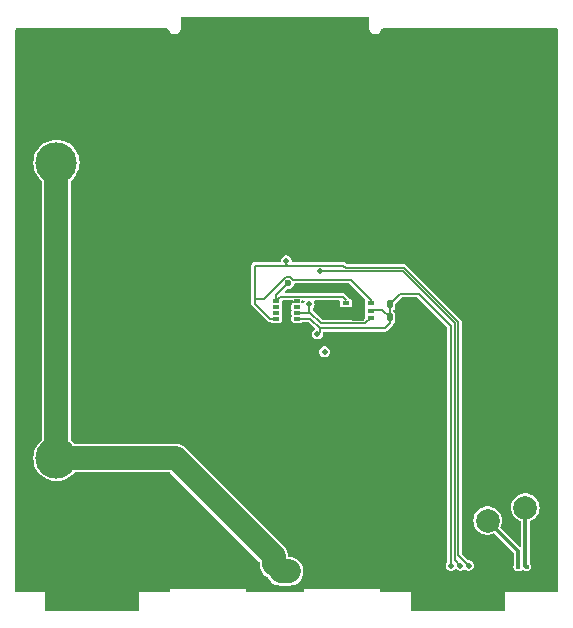
<source format=gtl>
G04 #@! TF.GenerationSoftware,KiCad,Pcbnew,7.0.2*
G04 #@! TF.CreationDate,2023-06-06T15:19:24-04:00*
G04 #@! TF.ProjectId,ExternalFaces,45787465-726e-4616-9c46-616365732e6b,rev?*
G04 #@! TF.SameCoordinates,Original*
G04 #@! TF.FileFunction,Copper,L1,Top*
G04 #@! TF.FilePolarity,Positive*
%FSLAX46Y46*%
G04 Gerber Fmt 4.6, Leading zero omitted, Abs format (unit mm)*
G04 Created by KiCad (PCBNEW 7.0.2) date 2023-06-06 15:19:24*
%MOMM*%
%LPD*%
G01*
G04 APERTURE LIST*
G04 Aperture macros list*
%AMRoundRect*
0 Rectangle with rounded corners*
0 $1 Rounding radius*
0 $2 $3 $4 $5 $6 $7 $8 $9 X,Y pos of 4 corners*
0 Add a 4 corners polygon primitive as box body*
4,1,4,$2,$3,$4,$5,$6,$7,$8,$9,$2,$3,0*
0 Add four circle primitives for the rounded corners*
1,1,$1+$1,$2,$3*
1,1,$1+$1,$4,$5*
1,1,$1+$1,$6,$7*
1,1,$1+$1,$8,$9*
0 Add four rect primitives between the rounded corners*
20,1,$1+$1,$2,$3,$4,$5,0*
20,1,$1+$1,$4,$5,$6,$7,0*
20,1,$1+$1,$6,$7,$8,$9,0*
20,1,$1+$1,$8,$9,$2,$3,0*%
G04 Aperture macros list end*
G04 #@! TA.AperFunction,SMDPad,CuDef*
%ADD10RoundRect,0.140000X0.140000X0.170000X-0.140000X0.170000X-0.140000X-0.170000X0.140000X-0.170000X0*%
G04 #@! TD*
G04 #@! TA.AperFunction,SMDPad,CuDef*
%ADD11R,0.620000X0.300000*%
G04 #@! TD*
G04 #@! TA.AperFunction,SMDPad,CuDef*
%ADD12R,0.600000X0.350000*%
G04 #@! TD*
G04 #@! TA.AperFunction,SMDPad,CuDef*
%ADD13R,1.100000X1.700000*%
G04 #@! TD*
G04 #@! TA.AperFunction,SMDPad,CuDef*
%ADD14C,3.500000*%
G04 #@! TD*
G04 #@! TA.AperFunction,SMDPad,CuDef*
%ADD15R,1.000000X1.000000*%
G04 #@! TD*
G04 #@! TA.AperFunction,SMDPad,CuDef*
%ADD16C,2.000000*%
G04 #@! TD*
G04 #@! TA.AperFunction,ViaPad*
%ADD17C,0.600000*%
G04 #@! TD*
G04 #@! TA.AperFunction,ViaPad*
%ADD18C,0.500000*%
G04 #@! TD*
G04 #@! TA.AperFunction,ViaPad*
%ADD19C,0.400000*%
G04 #@! TD*
G04 #@! TA.AperFunction,Conductor*
%ADD20C,0.200000*%
G04 #@! TD*
G04 #@! TA.AperFunction,Conductor*
%ADD21C,2.000000*%
G04 #@! TD*
G04 #@! TA.AperFunction,Conductor*
%ADD22C,0.300000*%
G04 #@! TD*
G04 APERTURE END LIST*
D10*
X139160000Y-96200000D03*
X138200000Y-96200000D03*
D11*
X130400000Y-97400000D03*
X130400000Y-96900000D03*
X130400000Y-96400000D03*
X130400000Y-95900000D03*
X128580000Y-95900000D03*
X128580000Y-96400000D03*
X128580000Y-96900000D03*
X128580000Y-97400000D03*
D12*
X134500000Y-96075000D03*
X134500000Y-96725000D03*
X134500000Y-97375000D03*
X136600000Y-97375000D03*
X136600000Y-96725000D03*
X136600000Y-96075000D03*
D13*
X135550000Y-96725000D03*
D10*
X139180000Y-97300000D03*
X138220000Y-97300000D03*
D14*
X149000000Y-84200000D03*
X110000000Y-84200000D03*
D15*
X129800000Y-118700000D03*
D14*
X149000000Y-109200000D03*
X110000000Y-109200000D03*
D16*
X146500000Y-114500000D03*
X149700000Y-113400000D03*
D17*
X129600000Y-94400000D03*
D18*
X132300000Y-93400000D03*
X144200000Y-118300000D03*
D17*
X133100000Y-96700000D03*
X125500000Y-99600000D03*
D18*
X131400000Y-96200000D03*
X144900000Y-118300000D03*
X129450000Y-92500000D03*
X132100000Y-98700000D03*
X143400000Y-118300000D03*
X128400000Y-118200000D03*
X129000000Y-118800000D03*
D19*
X149100000Y-118400000D03*
X149800000Y-118400000D03*
D18*
X132700000Y-100200000D03*
D20*
X134260000Y-95560000D02*
X128920000Y-95560000D01*
X144200000Y-118300000D02*
X143700000Y-117800000D01*
X139300000Y-93400000D02*
X132300000Y-93400000D01*
X128580000Y-95900000D02*
X128580000Y-95420000D01*
X128580000Y-95420000D02*
X129600000Y-94400000D01*
X143700000Y-97800000D02*
X139300000Y-93400000D01*
X128920000Y-95560000D02*
X128580000Y-95900000D01*
X134550000Y-95850000D02*
X134260000Y-95560000D01*
X143700000Y-117800000D02*
X143700000Y-97800000D01*
X136150000Y-97800000D02*
X136600000Y-97350000D01*
X132400000Y-97800000D02*
X131500000Y-96900000D01*
X132400000Y-97800000D02*
X136150000Y-97800000D01*
X131400000Y-96800000D02*
X131500000Y-96900000D01*
X131500000Y-96900000D02*
X130400000Y-96900000D01*
X131400000Y-96200000D02*
X131400000Y-96800000D01*
X126800000Y-92900000D02*
X126800000Y-95700000D01*
X129600000Y-92900000D02*
X126800000Y-92900000D01*
X130002757Y-94110499D02*
X129802758Y-93910500D01*
X128070000Y-97400000D02*
X128580000Y-97400000D01*
X139419915Y-93110499D02*
X134476766Y-93110499D01*
X134910499Y-94110499D02*
X134900000Y-94110499D01*
X129397242Y-93910500D02*
X127607742Y-95700000D01*
X126800000Y-96130000D02*
X128070000Y-97400000D01*
X129450000Y-92500000D02*
X129450000Y-92750000D01*
X129450000Y-92750000D02*
X129600000Y-92900000D01*
X134476766Y-93110499D02*
X134266267Y-92900000D01*
X126800000Y-95700000D02*
X126800000Y-96130000D01*
X134266267Y-92900000D02*
X129600000Y-92900000D01*
X144000000Y-97690584D02*
X139419915Y-93110499D01*
X144000000Y-117400000D02*
X144000000Y-97690584D01*
X136600000Y-95810499D02*
X134900000Y-94110499D01*
X144900000Y-118300000D02*
X144000000Y-117400000D01*
X129802758Y-93910500D02*
X129397242Y-93910500D01*
X134900000Y-94110499D02*
X130002757Y-94110499D01*
X127607742Y-95700000D02*
X126800000Y-95700000D01*
X136600000Y-96050000D02*
X136600000Y-95810499D01*
X139100000Y-95300000D02*
X138200000Y-96200000D01*
X137800000Y-98200000D02*
X137600000Y-98200000D01*
X131500000Y-97400000D02*
X130400000Y-97400000D01*
X132300000Y-98500000D02*
X132300000Y-98200000D01*
X132100000Y-98700000D02*
X132300000Y-98500000D01*
X140700000Y-95300000D02*
X139100000Y-95300000D01*
X143400000Y-118300000D02*
X143400000Y-98000000D01*
X137600000Y-96700000D02*
X138200000Y-97300000D01*
X138200000Y-97300000D02*
X138200000Y-97800000D01*
X138200000Y-97800000D02*
X137800000Y-98200000D01*
X143400000Y-98000000D02*
X140700000Y-95300000D01*
X136600000Y-96700000D02*
X137600000Y-96700000D01*
X138200000Y-97300000D02*
X138200000Y-96200000D01*
X137600000Y-98200000D02*
X132300000Y-98200000D01*
X132300000Y-98200000D02*
X131500000Y-97400000D01*
D21*
X128400000Y-117500000D02*
X128400000Y-118200000D01*
X129000000Y-118800000D02*
X129700000Y-118800000D01*
X110000000Y-84200000D02*
X110000000Y-109200000D01*
X110000000Y-109200000D02*
X120100000Y-109200000D01*
X120100000Y-109200000D02*
X128400000Y-117500000D01*
D22*
X149700000Y-118300000D02*
X149700000Y-113400000D01*
X149800000Y-118400000D02*
X149700000Y-118300000D01*
X149100000Y-118400000D02*
X149100000Y-117100000D01*
X149100000Y-117100000D02*
X146500000Y-114500000D01*
G04 #@! TA.AperFunction,Conductor*
G36*
X134792712Y-94429906D02*
G01*
X134804525Y-94439995D01*
X136086186Y-95721656D01*
X136113963Y-95776173D01*
X136113280Y-95810973D01*
X136102465Y-95865345D01*
X136099500Y-95880252D01*
X136099500Y-96269748D01*
X136106068Y-96302766D01*
X136111133Y-96328231D01*
X136122336Y-96344997D01*
X136138945Y-96403885D01*
X136122337Y-96454999D01*
X136111133Y-96471766D01*
X136102885Y-96513232D01*
X136099500Y-96530252D01*
X136099500Y-96919748D01*
X136110397Y-96974529D01*
X136111133Y-96978231D01*
X136122336Y-96994997D01*
X136138945Y-97053885D01*
X136122337Y-97104999D01*
X136111133Y-97121766D01*
X136099500Y-97180253D01*
X136099500Y-97384520D01*
X136080593Y-97442711D01*
X136070506Y-97454521D01*
X136054527Y-97470501D01*
X136000011Y-97498281D01*
X135984521Y-97499500D01*
X132565479Y-97499500D01*
X132507288Y-97480593D01*
X132495475Y-97470504D01*
X131761833Y-96736862D01*
X131758555Y-96733582D01*
X131749143Y-96720498D01*
X131732801Y-96705600D01*
X131702538Y-96652424D01*
X131700500Y-96632441D01*
X131700500Y-96578063D01*
X131719407Y-96519872D01*
X131724680Y-96513232D01*
X131782882Y-96446063D01*
X131836697Y-96328226D01*
X131855133Y-96200000D01*
X131851047Y-96171578D01*
X131836698Y-96071775D01*
X131804205Y-96000626D01*
X131797231Y-95939840D01*
X131827318Y-95886563D01*
X131882974Y-95861145D01*
X131894259Y-95860500D01*
X133900500Y-95860500D01*
X133958691Y-95879407D01*
X133994655Y-95928907D01*
X133999500Y-95959500D01*
X133999500Y-96269748D01*
X134006068Y-96302766D01*
X134011133Y-96328231D01*
X134055447Y-96394552D01*
X134093100Y-96419711D01*
X134121769Y-96438867D01*
X134180252Y-96450500D01*
X134180253Y-96450500D01*
X134819747Y-96450500D01*
X134819748Y-96450500D01*
X134878231Y-96438867D01*
X134944552Y-96394552D01*
X134988867Y-96328231D01*
X135000500Y-96269748D01*
X135000500Y-95880252D01*
X134988867Y-95821769D01*
X134958759Y-95776710D01*
X134944552Y-95755447D01*
X134878229Y-95711131D01*
X134855096Y-95706530D01*
X134804407Y-95679436D01*
X134518566Y-95393594D01*
X134509146Y-95380502D01*
X134469273Y-95344152D01*
X134465967Y-95340995D01*
X134452796Y-95327825D01*
X134452697Y-95327757D01*
X134441954Y-95319247D01*
X134420934Y-95300085D01*
X134420933Y-95300084D01*
X134411762Y-95296531D01*
X134391587Y-95285896D01*
X134383481Y-95280344D01*
X134355797Y-95273832D01*
X134342704Y-95269777D01*
X134316175Y-95259500D01*
X134316173Y-95259500D01*
X134306348Y-95259500D01*
X134283682Y-95256870D01*
X134274119Y-95254621D01*
X134274118Y-95254621D01*
X134245947Y-95258551D01*
X134232269Y-95259500D01*
X129404478Y-95259500D01*
X129346287Y-95240593D01*
X129310323Y-95191093D01*
X129310323Y-95129907D01*
X129334474Y-95090497D01*
X129495473Y-94929497D01*
X129549990Y-94901719D01*
X129565477Y-94900500D01*
X129671961Y-94900500D01*
X129810053Y-94859953D01*
X129931128Y-94782143D01*
X130025377Y-94673373D01*
X130085165Y-94542457D01*
X130091858Y-94495910D01*
X130118854Y-94441003D01*
X130172968Y-94412449D01*
X130189850Y-94410999D01*
X134734521Y-94410999D01*
X134792712Y-94429906D01*
G37*
G04 #@! TD.AperFunction*
G04 #@! TA.AperFunction,Conductor*
G36*
X130963932Y-95879407D02*
G01*
X130999896Y-95928907D01*
X130999896Y-95990093D01*
X130995794Y-96000627D01*
X130974419Y-96047430D01*
X130933046Y-96092508D01*
X130873079Y-96104658D01*
X130829365Y-96088618D01*
X130788231Y-96061133D01*
X130765430Y-96056597D01*
X130712047Y-96026701D01*
X130686431Y-95971136D01*
X130698368Y-95911126D01*
X130743298Y-95869594D01*
X130784745Y-95860500D01*
X130905741Y-95860500D01*
X130963932Y-95879407D01*
G37*
G04 #@! TD.AperFunction*
G04 #@! TA.AperFunction,Conductor*
G36*
X136433691Y-71844407D02*
G01*
X136469655Y-71893907D01*
X136474500Y-71924500D01*
X136474500Y-72791714D01*
X136474500Y-72791715D01*
X136474500Y-72800000D01*
X136474500Y-72869183D01*
X136510312Y-73002836D01*
X136579495Y-73122665D01*
X136677335Y-73220505D01*
X136797164Y-73289688D01*
X136930817Y-73325500D01*
X136930818Y-73325500D01*
X137069182Y-73325500D01*
X137069183Y-73325500D01*
X137202836Y-73289688D01*
X137322665Y-73220505D01*
X137420505Y-73122665D01*
X137489688Y-73002836D01*
X137517543Y-72898875D01*
X137550867Y-72847563D01*
X137607989Y-72825636D01*
X137613170Y-72825500D01*
X139494928Y-72825500D01*
X152375500Y-72825500D01*
X152433691Y-72844407D01*
X152469655Y-72893907D01*
X152474500Y-72924500D01*
X152474500Y-120475500D01*
X152455593Y-120533691D01*
X152406093Y-120569655D01*
X152375500Y-120574500D01*
X148024765Y-120574500D01*
X148014204Y-120572399D01*
X148000002Y-120572399D01*
X148000001Y-120572399D01*
X148000000Y-120572399D01*
X147994928Y-120574500D01*
X147986468Y-120578004D01*
X147980484Y-120580482D01*
X147980482Y-120580484D01*
X147972399Y-120600000D01*
X147972399Y-120614204D01*
X147974500Y-120624765D01*
X147974500Y-122075500D01*
X147955593Y-122133691D01*
X147906093Y-122169655D01*
X147875500Y-122174500D01*
X140124500Y-122174500D01*
X140066309Y-122155593D01*
X140030345Y-122106093D01*
X140025500Y-122075500D01*
X140025500Y-120624765D01*
X140027601Y-120614204D01*
X140027601Y-120600000D01*
X140019517Y-120580484D01*
X140019517Y-120580483D01*
X140005072Y-120574500D01*
X140000000Y-120572399D01*
X139985796Y-120572399D01*
X139975235Y-120574500D01*
X137524500Y-120574500D01*
X137466309Y-120555593D01*
X137430345Y-120506093D01*
X137425500Y-120475500D01*
X137425500Y-120324765D01*
X137427601Y-120314204D01*
X137427601Y-120300000D01*
X137419517Y-120280484D01*
X137419517Y-120280483D01*
X137405072Y-120274500D01*
X137400000Y-120272399D01*
X137385796Y-120272399D01*
X137375235Y-120274500D01*
X131024765Y-120274500D01*
X131014204Y-120272399D01*
X131000002Y-120272399D01*
X131000001Y-120272399D01*
X131000000Y-120272399D01*
X130994928Y-120274500D01*
X130986468Y-120278004D01*
X130980484Y-120280482D01*
X130980482Y-120280484D01*
X130972399Y-120300000D01*
X130972398Y-120314204D01*
X130974499Y-120324764D01*
X130974500Y-120475499D01*
X130955593Y-120533690D01*
X130906093Y-120569654D01*
X130875500Y-120574500D01*
X126124500Y-120574500D01*
X126066309Y-120555593D01*
X126030345Y-120506093D01*
X126025500Y-120475500D01*
X126025500Y-120324765D01*
X126027600Y-120314204D01*
X126027601Y-120300000D01*
X126019517Y-120280484D01*
X126019517Y-120280483D01*
X126005072Y-120274500D01*
X126000000Y-120272399D01*
X125985796Y-120272399D01*
X125975235Y-120274500D01*
X119624765Y-120274500D01*
X119614204Y-120272399D01*
X119600002Y-120272399D01*
X119600001Y-120272399D01*
X119600000Y-120272399D01*
X119594928Y-120274500D01*
X119586468Y-120278004D01*
X119580484Y-120280482D01*
X119580482Y-120280484D01*
X119572399Y-120300000D01*
X119572399Y-120314204D01*
X119574499Y-120324764D01*
X119574500Y-120475499D01*
X119555593Y-120533690D01*
X119506093Y-120569654D01*
X119475500Y-120574500D01*
X117024765Y-120574500D01*
X117014204Y-120572399D01*
X117000002Y-120572399D01*
X117000001Y-120572399D01*
X117000000Y-120572399D01*
X116994928Y-120574500D01*
X116986468Y-120578004D01*
X116980484Y-120580482D01*
X116980482Y-120580484D01*
X116972399Y-120600000D01*
X116972399Y-120614204D01*
X116974500Y-120624765D01*
X116974500Y-122075500D01*
X116955593Y-122133691D01*
X116906093Y-122169655D01*
X116875500Y-122174500D01*
X109124500Y-122174500D01*
X109066309Y-122155593D01*
X109030345Y-122106093D01*
X109025500Y-122075500D01*
X109025500Y-120624765D01*
X109027601Y-120614204D01*
X109027601Y-120600000D01*
X109019517Y-120580484D01*
X109019517Y-120580483D01*
X109005072Y-120574500D01*
X109000000Y-120572399D01*
X108985796Y-120572399D01*
X108975235Y-120574500D01*
X106624500Y-120574500D01*
X106566309Y-120555593D01*
X106530345Y-120506093D01*
X106525500Y-120475500D01*
X106525500Y-109199999D01*
X108044518Y-109199999D01*
X108064422Y-109478299D01*
X108123728Y-109750919D01*
X108221230Y-110012337D01*
X108354943Y-110257212D01*
X108354944Y-110257213D01*
X108522145Y-110480568D01*
X108719432Y-110677855D01*
X108719435Y-110677857D01*
X108942787Y-110845056D01*
X109187662Y-110978769D01*
X109253016Y-111003144D01*
X109449077Y-111076271D01*
X109634826Y-111116678D01*
X109721700Y-111135577D01*
X109721702Y-111135577D01*
X109721706Y-111135578D01*
X110000000Y-111155482D01*
X110278294Y-111135578D01*
X110550923Y-111076271D01*
X110812337Y-110978769D01*
X111057213Y-110845056D01*
X111280568Y-110677855D01*
X111477855Y-110480568D01*
X111508095Y-110440171D01*
X111558104Y-110404918D01*
X111587349Y-110400500D01*
X119561729Y-110400500D01*
X119619920Y-110419407D01*
X119631733Y-110429496D01*
X127170505Y-117968268D01*
X127198281Y-118022783D01*
X127199500Y-118038270D01*
X127199500Y-118255503D01*
X127199710Y-118257776D01*
X127199711Y-118257784D01*
X127203623Y-118299999D01*
X127214885Y-118421536D01*
X127264314Y-118595262D01*
X127275772Y-118635530D01*
X127374940Y-118834686D01*
X127374941Y-118834687D01*
X127374942Y-118834689D01*
X127509019Y-119012236D01*
X127673438Y-119162124D01*
X127862599Y-119279247D01*
X127862601Y-119279247D01*
X127862603Y-119279249D01*
X127863754Y-119279695D01*
X127865116Y-119280804D01*
X127870399Y-119284076D01*
X127869973Y-119284763D01*
X127911185Y-119318346D01*
X127920304Y-119336243D01*
X127920753Y-119337403D01*
X128037874Y-119526559D01*
X128037876Y-119526562D01*
X128187764Y-119690981D01*
X128365311Y-119825058D01*
X128564472Y-119924229D01*
X128778464Y-119985115D01*
X128944497Y-120000500D01*
X128946793Y-120000500D01*
X129753207Y-120000500D01*
X129755503Y-120000500D01*
X129921536Y-119985115D01*
X130135528Y-119924229D01*
X130334689Y-119825058D01*
X130512236Y-119690981D01*
X130662124Y-119526562D01*
X130779247Y-119337401D01*
X130859618Y-119129940D01*
X130900500Y-118911243D01*
X130900500Y-118688757D01*
X130900499Y-118688756D01*
X130900500Y-118688754D01*
X130859619Y-118470063D01*
X130843411Y-118428226D01*
X130779247Y-118262599D01*
X130662124Y-118073438D01*
X130512236Y-117909019D01*
X130334689Y-117774942D01*
X130334687Y-117774941D01*
X130334686Y-117774940D01*
X130135530Y-117675772D01*
X130135528Y-117675771D01*
X129921536Y-117614885D01*
X129888213Y-117611797D01*
X129757784Y-117599711D01*
X129757776Y-117599710D01*
X129755503Y-117599500D01*
X129753207Y-117599500D01*
X129700865Y-117599500D01*
X129642674Y-117580593D01*
X129606710Y-117531093D01*
X129601971Y-117495927D01*
X129604357Y-117444323D01*
X129604356Y-117444322D01*
X129604357Y-117444319D01*
X129593131Y-117363848D01*
X129592609Y-117359351D01*
X129585115Y-117278464D01*
X129579355Y-117258220D01*
X129576525Y-117244805D01*
X129573619Y-117223968D01*
X129547807Y-117146955D01*
X129546458Y-117142600D01*
X129524229Y-117064472D01*
X129514843Y-117045623D01*
X129509605Y-117032979D01*
X129502915Y-117013015D01*
X129463380Y-116942036D01*
X129461268Y-116938031D01*
X129425058Y-116865311D01*
X129415971Y-116853279D01*
X129412385Y-116848530D01*
X129404897Y-116837040D01*
X129394653Y-116818647D01*
X129394650Y-116818643D01*
X129342757Y-116756150D01*
X129339918Y-116752567D01*
X129306991Y-116708965D01*
X129290981Y-116687764D01*
X129230975Y-116633061D01*
X129227668Y-116629904D01*
X120970104Y-108372341D01*
X120966946Y-108369033D01*
X120912233Y-108309016D01*
X120847429Y-108260079D01*
X120843843Y-108257239D01*
X120816421Y-108234468D01*
X120781353Y-108205348D01*
X120762964Y-108195105D01*
X120751485Y-108187625D01*
X120734689Y-108174942D01*
X120734688Y-108174941D01*
X120684593Y-108149996D01*
X120661994Y-108138743D01*
X120657958Y-108136616D01*
X120586982Y-108097083D01*
X120567023Y-108090393D01*
X120554363Y-108085149D01*
X120535527Y-108075770D01*
X120457389Y-108053537D01*
X120453023Y-108052185D01*
X120376032Y-108026381D01*
X120355193Y-108023474D01*
X120341782Y-108020645D01*
X120321534Y-108014884D01*
X120240642Y-108007387D01*
X120236103Y-108006861D01*
X120155679Y-107995643D01*
X120074569Y-107999394D01*
X120069997Y-107999500D01*
X111587349Y-107999500D01*
X111529158Y-107980593D01*
X111508096Y-107959829D01*
X111477855Y-107919432D01*
X111280569Y-107722145D01*
X111240171Y-107691904D01*
X111204917Y-107641896D01*
X111200499Y-107612650D01*
X111200499Y-100200000D01*
X132244866Y-100200000D01*
X132263302Y-100328227D01*
X132317116Y-100446062D01*
X132401949Y-100543965D01*
X132401951Y-100543967D01*
X132510931Y-100614004D01*
X132635228Y-100650500D01*
X132764772Y-100650500D01*
X132889069Y-100614004D01*
X132998049Y-100543967D01*
X133082882Y-100446063D01*
X133082881Y-100446063D01*
X133082883Y-100446062D01*
X133136697Y-100328227D01*
X133155133Y-100200000D01*
X133136697Y-100071772D01*
X133082883Y-99953937D01*
X132998050Y-99856034D01*
X132998049Y-99856033D01*
X132943558Y-99821014D01*
X132889068Y-99785995D01*
X132764772Y-99749500D01*
X132635228Y-99749500D01*
X132510931Y-99785995D01*
X132401949Y-99856034D01*
X132317116Y-99953937D01*
X132263302Y-100071772D01*
X132244866Y-100200000D01*
X111200499Y-100200000D01*
X111200499Y-95671791D01*
X126495598Y-95671791D01*
X126499077Y-95709335D01*
X126499499Y-95718467D01*
X126499499Y-96064834D01*
X126496902Y-96080757D01*
X126499394Y-96134641D01*
X126499500Y-96139213D01*
X126499500Y-96157845D01*
X126499521Y-96157958D01*
X126501101Y-96171578D01*
X126502414Y-96199991D01*
X126506384Y-96208982D01*
X126513132Y-96230773D01*
X126514938Y-96240432D01*
X126529911Y-96264616D01*
X126536300Y-96276736D01*
X126547794Y-96302765D01*
X126547795Y-96302766D01*
X126554743Y-96309715D01*
X126568908Y-96327597D01*
X126571020Y-96331009D01*
X126574081Y-96335953D01*
X126596772Y-96353087D01*
X126607117Y-96362088D01*
X127811436Y-97566407D01*
X127820857Y-97579501D01*
X127860726Y-97615847D01*
X127864031Y-97619003D01*
X127877201Y-97632173D01*
X127877295Y-97632237D01*
X127888039Y-97640746D01*
X127909067Y-97659916D01*
X127918230Y-97663465D01*
X127938413Y-97674103D01*
X127946519Y-97679656D01*
X127974211Y-97686169D01*
X127987298Y-97690222D01*
X128013827Y-97700500D01*
X128023652Y-97700500D01*
X128046317Y-97703129D01*
X128055881Y-97705379D01*
X128084053Y-97701448D01*
X128097731Y-97700500D01*
X128104318Y-97700500D01*
X128159320Y-97717185D01*
X128164142Y-97720407D01*
X128191769Y-97738867D01*
X128250252Y-97750500D01*
X128250253Y-97750500D01*
X128909747Y-97750500D01*
X128909748Y-97750500D01*
X128968231Y-97738867D01*
X129034552Y-97694552D01*
X129078867Y-97628231D01*
X129090500Y-97569748D01*
X129090500Y-97230252D01*
X129078867Y-97171769D01*
X129078866Y-97171768D01*
X129078378Y-97169313D01*
X129078378Y-97130684D01*
X129078865Y-97128233D01*
X129078867Y-97128231D01*
X129090500Y-97069748D01*
X129090500Y-96730252D01*
X129078867Y-96671769D01*
X129078865Y-96671766D01*
X129078378Y-96669316D01*
X129078378Y-96630687D01*
X129090500Y-96569746D01*
X129090500Y-96230254D01*
X129090500Y-96230252D01*
X129078867Y-96171769D01*
X129078865Y-96171767D01*
X129078378Y-96169315D01*
X129078378Y-96130685D01*
X129078865Y-96128232D01*
X129078867Y-96128231D01*
X129090500Y-96069748D01*
X129090500Y-95959500D01*
X129109407Y-95901309D01*
X129158907Y-95865345D01*
X129189500Y-95860500D01*
X130015255Y-95860500D01*
X130073446Y-95879407D01*
X130109410Y-95928907D01*
X130109410Y-95990093D01*
X130073446Y-96039593D01*
X130034569Y-96056597D01*
X130022993Y-96058900D01*
X130011768Y-96061133D01*
X129945447Y-96105447D01*
X129901133Y-96171768D01*
X129889500Y-96230253D01*
X129889500Y-96569748D01*
X129901621Y-96630687D01*
X129901621Y-96669313D01*
X129889500Y-96730251D01*
X129889500Y-97069747D01*
X129901621Y-97130685D01*
X129901621Y-97169312D01*
X129899445Y-97180253D01*
X129889500Y-97230252D01*
X129889500Y-97569748D01*
X129893489Y-97589801D01*
X129901133Y-97628231D01*
X129945447Y-97694552D01*
X129984142Y-97720407D01*
X130011769Y-97738867D01*
X130070252Y-97750500D01*
X130070253Y-97750500D01*
X130729747Y-97750500D01*
X130729748Y-97750500D01*
X130788231Y-97738867D01*
X130820679Y-97717185D01*
X130875682Y-97700500D01*
X131334521Y-97700500D01*
X131392712Y-97719407D01*
X131404525Y-97729496D01*
X131854557Y-98179528D01*
X131882334Y-98234045D01*
X131872763Y-98294477D01*
X131838078Y-98332815D01*
X131801950Y-98356033D01*
X131717116Y-98453937D01*
X131663302Y-98571772D01*
X131644866Y-98700000D01*
X131663302Y-98828227D01*
X131717116Y-98946062D01*
X131801949Y-99043965D01*
X131801951Y-99043967D01*
X131910931Y-99114004D01*
X132035228Y-99150500D01*
X132164772Y-99150500D01*
X132289069Y-99114004D01*
X132398049Y-99043967D01*
X132482882Y-98946063D01*
X132482881Y-98946063D01*
X132482883Y-98946062D01*
X132536697Y-98828227D01*
X132557159Y-98685910D01*
X132558311Y-98686075D01*
X132561697Y-98656335D01*
X132563464Y-98651773D01*
X132574109Y-98631578D01*
X132579657Y-98623480D01*
X132586171Y-98595782D01*
X132590223Y-98582700D01*
X132597570Y-98563736D01*
X132636222Y-98516305D01*
X132689884Y-98500500D01*
X137543827Y-98500500D01*
X137734835Y-98500500D01*
X137750755Y-98503097D01*
X137757764Y-98502772D01*
X137757765Y-98502773D01*
X137804641Y-98500606D01*
X137809214Y-98500500D01*
X137827844Y-98500500D01*
X137827951Y-98500480D01*
X137841571Y-98498898D01*
X137869992Y-98497585D01*
X137878982Y-98493615D01*
X137900772Y-98486866D01*
X137910433Y-98485061D01*
X137934623Y-98470082D01*
X137946722Y-98463704D01*
X137972765Y-98452206D01*
X137979710Y-98445259D01*
X137997597Y-98431091D01*
X138005952Y-98425919D01*
X138023095Y-98403216D01*
X138032082Y-98392887D01*
X138366405Y-98058564D01*
X138379496Y-98049147D01*
X138384225Y-98043959D01*
X138384228Y-98043958D01*
X138415877Y-98009239D01*
X138418994Y-98005975D01*
X138432174Y-97992797D01*
X138432238Y-97992702D01*
X138440745Y-97981961D01*
X138459916Y-97960933D01*
X138463466Y-97951766D01*
X138474104Y-97931585D01*
X138479656Y-97923481D01*
X138486169Y-97895785D01*
X138490221Y-97882702D01*
X138500500Y-97856173D01*
X138500500Y-97846348D01*
X138503126Y-97823696D01*
X138503944Y-97820217D01*
X138535663Y-97767899D01*
X138558230Y-97753308D01*
X138558312Y-97753225D01*
X138558316Y-97753224D01*
X138643224Y-97668316D01*
X138693972Y-97559487D01*
X138700500Y-97509901D01*
X138700499Y-97090100D01*
X138693972Y-97040513D01*
X138675314Y-97000500D01*
X138643224Y-96931683D01*
X138558315Y-96846774D01*
X138557658Y-96846468D01*
X138512911Y-96804738D01*
X138500500Y-96756745D01*
X138500500Y-96732047D01*
X138519407Y-96673856D01*
X138529496Y-96662043D01*
X138538313Y-96653224D01*
X138538316Y-96653224D01*
X138623224Y-96568316D01*
X138673972Y-96459487D01*
X138680500Y-96409901D01*
X138680499Y-96185477D01*
X138699406Y-96127288D01*
X138709496Y-96115474D01*
X139195476Y-95629496D01*
X139249992Y-95601719D01*
X139265479Y-95600500D01*
X140534521Y-95600500D01*
X140592712Y-95619407D01*
X140604525Y-95629496D01*
X143070504Y-98095475D01*
X143098281Y-98149992D01*
X143099500Y-98165479D01*
X143099500Y-117921936D01*
X143080593Y-117980127D01*
X143075320Y-117986767D01*
X143017115Y-118053939D01*
X142963302Y-118171772D01*
X142944866Y-118300000D01*
X142963302Y-118428227D01*
X143017116Y-118546062D01*
X143094640Y-118635530D01*
X143101951Y-118643967D01*
X143210931Y-118714004D01*
X143335228Y-118750500D01*
X143464772Y-118750500D01*
X143589069Y-118714004D01*
X143698049Y-118643967D01*
X143725181Y-118612654D01*
X143777576Y-118581058D01*
X143838537Y-118586293D01*
X143874818Y-118612653D01*
X143901951Y-118643967D01*
X144010931Y-118714004D01*
X144135228Y-118750500D01*
X144264772Y-118750500D01*
X144389069Y-118714004D01*
X144496478Y-118644976D01*
X144555651Y-118629422D01*
X144603521Y-118644976D01*
X144710931Y-118714004D01*
X144835228Y-118750500D01*
X144964772Y-118750500D01*
X145089069Y-118714004D01*
X145198049Y-118643967D01*
X145282882Y-118546063D01*
X145282881Y-118546063D01*
X145282883Y-118546062D01*
X145336697Y-118428227D01*
X145355133Y-118299999D01*
X145336697Y-118171772D01*
X145282883Y-118053937D01*
X145198050Y-117956034D01*
X145198049Y-117956033D01*
X145124894Y-117909019D01*
X145089068Y-117885995D01*
X144964772Y-117849500D01*
X144915479Y-117849500D01*
X144857288Y-117830593D01*
X144845475Y-117820504D01*
X144329496Y-117304524D01*
X144301719Y-117250007D01*
X144300500Y-117234520D01*
X144300500Y-114499999D01*
X145294357Y-114499999D01*
X145314885Y-114721535D01*
X145375772Y-114935530D01*
X145474940Y-115134686D01*
X145474941Y-115134687D01*
X145474942Y-115134689D01*
X145609019Y-115312236D01*
X145773438Y-115462124D01*
X145962599Y-115579247D01*
X146047067Y-115611970D01*
X146170063Y-115659619D01*
X146388755Y-115700500D01*
X146388757Y-115700500D01*
X146611245Y-115700500D01*
X146757040Y-115673245D01*
X146829940Y-115659618D01*
X147010522Y-115589659D01*
X147071612Y-115586269D01*
X147116288Y-115611970D01*
X148720504Y-117216186D01*
X148748281Y-117270703D01*
X148749500Y-117286190D01*
X148749500Y-118181949D01*
X148738710Y-118226893D01*
X148714354Y-118274695D01*
X148694507Y-118400000D01*
X148714353Y-118525302D01*
X148714353Y-118525303D01*
X148714354Y-118525304D01*
X148771950Y-118638342D01*
X148861658Y-118728050D01*
X148974696Y-118785646D01*
X149100000Y-118805492D01*
X149225304Y-118785646D01*
X149338342Y-118728050D01*
X149379997Y-118686394D01*
X149434511Y-118658618D01*
X149494943Y-118668189D01*
X149520002Y-118686395D01*
X149547612Y-118714004D01*
X149561658Y-118728050D01*
X149674696Y-118785646D01*
X149800000Y-118805492D01*
X149925304Y-118785646D01*
X150038342Y-118728050D01*
X150128050Y-118638342D01*
X150185646Y-118525304D01*
X150205492Y-118400000D01*
X150185646Y-118274696D01*
X150128050Y-118161658D01*
X150079496Y-118113103D01*
X150051719Y-118058586D01*
X150050500Y-118043100D01*
X150050500Y-114619469D01*
X150069407Y-114561278D01*
X150113737Y-114527154D01*
X150237401Y-114479247D01*
X150426562Y-114362124D01*
X150590981Y-114212236D01*
X150725058Y-114034689D01*
X150824229Y-113835528D01*
X150885115Y-113621536D01*
X150905643Y-113400000D01*
X150885115Y-113178464D01*
X150824229Y-112964472D01*
X150725058Y-112765311D01*
X150590981Y-112587764D01*
X150426562Y-112437876D01*
X150237401Y-112320753D01*
X150237399Y-112320752D01*
X150029936Y-112240380D01*
X149811245Y-112199500D01*
X149811243Y-112199500D01*
X149588757Y-112199500D01*
X149588755Y-112199500D01*
X149370063Y-112240380D01*
X149162600Y-112320752D01*
X148973436Y-112437877D01*
X148809020Y-112587763D01*
X148674940Y-112765313D01*
X148575772Y-112964469D01*
X148514885Y-113178464D01*
X148499882Y-113340380D01*
X148494357Y-113400000D01*
X148514885Y-113621536D01*
X148533728Y-113687764D01*
X148575772Y-113835530D01*
X148674940Y-114034686D01*
X148674941Y-114034687D01*
X148674942Y-114034689D01*
X148809019Y-114212236D01*
X148973438Y-114362124D01*
X149162599Y-114479247D01*
X149286263Y-114527154D01*
X149333694Y-114565805D01*
X149349500Y-114619469D01*
X149349500Y-116614810D01*
X149330593Y-116673001D01*
X149281093Y-116708965D01*
X149219907Y-116708965D01*
X149180496Y-116684814D01*
X147610433Y-115114751D01*
X147582656Y-115060234D01*
X147591816Y-115000618D01*
X147624229Y-114935528D01*
X147685115Y-114721536D01*
X147705643Y-114500000D01*
X147685115Y-114278464D01*
X147624229Y-114064472D01*
X147525058Y-113865311D01*
X147390981Y-113687764D01*
X147226562Y-113537876D01*
X147037401Y-113420753D01*
X147037399Y-113420752D01*
X146829936Y-113340380D01*
X146611245Y-113299500D01*
X146611243Y-113299500D01*
X146388757Y-113299500D01*
X146388755Y-113299500D01*
X146170063Y-113340380D01*
X145962600Y-113420752D01*
X145773436Y-113537877D01*
X145609020Y-113687763D01*
X145474940Y-113865313D01*
X145390601Y-114034689D01*
X145375771Y-114064472D01*
X145314885Y-114278463D01*
X145314885Y-114278464D01*
X145294357Y-114499999D01*
X144300500Y-114499999D01*
X144300500Y-97755750D01*
X144303097Y-97739830D01*
X144302096Y-97718185D01*
X144300606Y-97685941D01*
X144300500Y-97681369D01*
X144300500Y-97662740D01*
X144300480Y-97662634D01*
X144298898Y-97649014D01*
X144297585Y-97620592D01*
X144293613Y-97611597D01*
X144286866Y-97589808D01*
X144285061Y-97580151D01*
X144270091Y-97555973D01*
X144263698Y-97543845D01*
X144252206Y-97517818D01*
X144245255Y-97510867D01*
X144231086Y-97492977D01*
X144225919Y-97484632D01*
X144203226Y-97467495D01*
X144192883Y-97458495D01*
X139678481Y-92944094D01*
X139669060Y-92931000D01*
X139629188Y-92894651D01*
X139625882Y-92891494D01*
X139612711Y-92878324D01*
X139612612Y-92878256D01*
X139601869Y-92869746D01*
X139580849Y-92850584D01*
X139580848Y-92850583D01*
X139571677Y-92847030D01*
X139551502Y-92836395D01*
X139543396Y-92830843D01*
X139515712Y-92824331D01*
X139502619Y-92820276D01*
X139476090Y-92809999D01*
X139476088Y-92809999D01*
X139466263Y-92809999D01*
X139443597Y-92807369D01*
X139434034Y-92805120D01*
X139434033Y-92805120D01*
X139405862Y-92809050D01*
X139392184Y-92809999D01*
X134642245Y-92809999D01*
X134584054Y-92791092D01*
X134572241Y-92781003D01*
X134524833Y-92733595D01*
X134515412Y-92720501D01*
X134475540Y-92684152D01*
X134472234Y-92680995D01*
X134459063Y-92667825D01*
X134458964Y-92667757D01*
X134448221Y-92659247D01*
X134427201Y-92640085D01*
X134427200Y-92640084D01*
X134418029Y-92636531D01*
X134397854Y-92625896D01*
X134389748Y-92620344D01*
X134362064Y-92613832D01*
X134348971Y-92609777D01*
X134322442Y-92599500D01*
X134322440Y-92599500D01*
X134312615Y-92599500D01*
X134289949Y-92596870D01*
X134280386Y-92594621D01*
X134280385Y-92594621D01*
X134252214Y-92598551D01*
X134238536Y-92599500D01*
X130005079Y-92599500D01*
X129946888Y-92580593D01*
X129910924Y-92531093D01*
X129909437Y-92513761D01*
X129907159Y-92514089D01*
X129886697Y-92371772D01*
X129832883Y-92253937D01*
X129748050Y-92156034D01*
X129748049Y-92156033D01*
X129693558Y-92121014D01*
X129639068Y-92085995D01*
X129514772Y-92049500D01*
X129385228Y-92049500D01*
X129260931Y-92085995D01*
X129151949Y-92156034D01*
X129067116Y-92253937D01*
X129013302Y-92371772D01*
X128992841Y-92514089D01*
X128988237Y-92513427D01*
X128982490Y-92546681D01*
X128938621Y-92589333D01*
X128894921Y-92599500D01*
X126855727Y-92599500D01*
X126828636Y-92595721D01*
X126828207Y-92595599D01*
X126790662Y-92599078D01*
X126781528Y-92599500D01*
X126772156Y-92599500D01*
X126765164Y-92600806D01*
X126762941Y-92601222D01*
X126753895Y-92602483D01*
X126716337Y-92605964D01*
X126715927Y-92606169D01*
X126690010Y-92614856D01*
X126689565Y-92614939D01*
X126657517Y-92634782D01*
X126649532Y-92639230D01*
X126615770Y-92656042D01*
X126615466Y-92656376D01*
X126594435Y-92673840D01*
X126594048Y-92674079D01*
X126571321Y-92704174D01*
X126565482Y-92711206D01*
X126540083Y-92739067D01*
X126539919Y-92739492D01*
X126526615Y-92763376D01*
X126526343Y-92763735D01*
X126516024Y-92800002D01*
X126513119Y-92808670D01*
X126499499Y-92843828D01*
X126499499Y-92844282D01*
X126495723Y-92871353D01*
X126495598Y-92871789D01*
X126499078Y-92909337D01*
X126499500Y-92918471D01*
X126499500Y-95644271D01*
X126495721Y-95671362D01*
X126495598Y-95671791D01*
X111200499Y-95671791D01*
X111200499Y-85787348D01*
X111219406Y-85729157D01*
X111240173Y-85708093D01*
X111280568Y-85677855D01*
X111477855Y-85480568D01*
X111645056Y-85257213D01*
X111778769Y-85012337D01*
X111876271Y-84750923D01*
X111935578Y-84478294D01*
X111955482Y-84200000D01*
X111935578Y-83921706D01*
X111876271Y-83649077D01*
X111778769Y-83387663D01*
X111778769Y-83387662D01*
X111645056Y-83142787D01*
X111477857Y-82919435D01*
X111477855Y-82919432D01*
X111280568Y-82722145D01*
X111057213Y-82554944D01*
X111057214Y-82554944D01*
X111057212Y-82554943D01*
X110812337Y-82421230D01*
X110637114Y-82355876D01*
X110550923Y-82323729D01*
X110550919Y-82323728D01*
X110278299Y-82264422D01*
X110046382Y-82247835D01*
X110000000Y-82244518D01*
X109999999Y-82244518D01*
X109721700Y-82264422D01*
X109449080Y-82323728D01*
X109187662Y-82421230D01*
X108942787Y-82554943D01*
X108719435Y-82722142D01*
X108522142Y-82919435D01*
X108354943Y-83142787D01*
X108221230Y-83387662D01*
X108123728Y-83649080D01*
X108064422Y-83921700D01*
X108044518Y-84200000D01*
X108064422Y-84478299D01*
X108123728Y-84750919D01*
X108221230Y-85012337D01*
X108354943Y-85257212D01*
X108354944Y-85257213D01*
X108522145Y-85480568D01*
X108719432Y-85677855D01*
X108719435Y-85677857D01*
X108719437Y-85677859D01*
X108759826Y-85708093D01*
X108795080Y-85758100D01*
X108799499Y-85787347D01*
X108799499Y-107612651D01*
X108780592Y-107670842D01*
X108759829Y-107691904D01*
X108719433Y-107722144D01*
X108522142Y-107919435D01*
X108354943Y-108142787D01*
X108221230Y-108387662D01*
X108123728Y-108649080D01*
X108064422Y-108921700D01*
X108044518Y-109199999D01*
X106525500Y-109199999D01*
X106525500Y-72924500D01*
X106544407Y-72866309D01*
X106593907Y-72830345D01*
X106624500Y-72825500D01*
X119386830Y-72825500D01*
X119445021Y-72844407D01*
X119480985Y-72893907D01*
X119482451Y-72898857D01*
X119510312Y-73002836D01*
X119579495Y-73122665D01*
X119677335Y-73220505D01*
X119797164Y-73289688D01*
X119930817Y-73325500D01*
X119930818Y-73325500D01*
X120069182Y-73325500D01*
X120069183Y-73325500D01*
X120202836Y-73289688D01*
X120322665Y-73220505D01*
X120420505Y-73122665D01*
X120489688Y-73002836D01*
X120525500Y-72869183D01*
X120525500Y-72800000D01*
X120525500Y-72791715D01*
X120525500Y-71924500D01*
X120544407Y-71866309D01*
X120593907Y-71830345D01*
X120624500Y-71825500D01*
X136375500Y-71825500D01*
X136433691Y-71844407D01*
G37*
G04 #@! TD.AperFunction*
M02*

</source>
